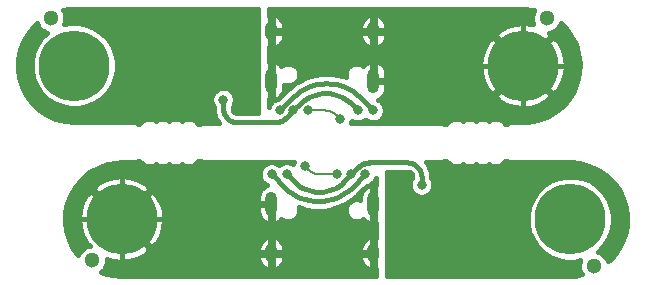
<source format=gbr>
G04 #@! TF.GenerationSoftware,KiCad,Pcbnew,(5.1.4)-1*
G04 #@! TF.CreationDate,2021-01-01T05:19:50-08:00*
G04 #@! TF.ProjectId,dboard,64626f61-7264-42e6-9b69-6361645f7063,rev?*
G04 #@! TF.SameCoordinates,Original*
G04 #@! TF.FileFunction,Copper,L1,Top*
G04 #@! TF.FilePolarity,Positive*
%FSLAX46Y46*%
G04 Gerber Fmt 4.6, Leading zero omitted, Abs format (unit mm)*
G04 Created by KiCad (PCBNEW (5.1.4)-1) date 2021-01-01 05:19:50*
%MOMM*%
%LPD*%
G04 APERTURE LIST*
%ADD10C,0.800000*%
%ADD11C,6.000000*%
%ADD12O,1.000000X2.100000*%
%ADD13O,1.000000X1.600000*%
%ADD14C,1.300000*%
%ADD15C,0.400000*%
%ADD16C,0.200000*%
G04 APERTURE END LIST*
D10*
X-18626346Y-20126346D03*
X-17000000Y-20800000D03*
X-15373654Y-20126346D03*
X-14700000Y-18500000D03*
X-15373654Y-16873654D03*
X-17000000Y-16200000D03*
X-18626346Y-16873654D03*
X-19300000Y-18500000D03*
D11*
X-17000000Y-18500000D03*
D10*
X19373654Y-20126346D03*
X21000000Y-20800000D03*
X22626346Y-20126346D03*
X23300000Y-18500000D03*
X22626346Y-16873654D03*
X21000000Y-16200000D03*
X19373654Y-16873654D03*
X18700000Y-18500000D03*
D11*
X21000000Y-18500000D03*
D12*
X4320000Y-17220000D03*
X-4320000Y-17220000D03*
D13*
X4320000Y-21400000D03*
X-4320000Y-21400000D03*
D14*
X23000000Y-22500000D03*
X-19500000Y-22000000D03*
X19000000Y-1500000D03*
X-23000000Y-1500000D03*
D12*
X-4320000Y-6780000D03*
X4320000Y-6780000D03*
D13*
X-4320000Y-2600000D03*
X4320000Y-2600000D03*
D11*
X17000000Y-5500000D03*
D10*
X19300000Y-5500000D03*
X18626346Y-7126346D03*
X17000000Y-7800000D03*
X15373654Y-7126346D03*
X14700000Y-5500000D03*
X15373654Y-3873654D03*
X17000000Y-3200000D03*
X18626346Y-3873654D03*
D11*
X-21000000Y-5500000D03*
D10*
X-18700000Y-5500000D03*
X-19373654Y-7126346D03*
X-21000000Y-7800000D03*
X-22626346Y-7126346D03*
X-23300000Y-5500000D03*
X-22626346Y-3873654D03*
X-21000000Y-3200000D03*
X-19373654Y-3873654D03*
X-3600000Y-9300000D03*
X4300000Y-9300000D03*
X-10100000Y-3300000D03*
X-12500000Y-3300000D03*
X-15100000Y-7100000D03*
X-15100000Y-3100000D03*
X-16400000Y-5100000D03*
X16400000Y-18900000D03*
X-4300000Y-14700000D03*
X15100000Y-16900000D03*
X10100000Y-20700000D03*
X3600000Y-14700000D03*
X12500000Y-20700000D03*
X15100000Y-20900000D03*
X-8400000Y-8400000D03*
X-2450000Y-9300000D03*
X3000000Y-9300000D03*
X2450000Y-14700000D03*
X8400000Y-15600000D03*
X-3000000Y-14700000D03*
X-1250000Y-9300000D03*
X1500000Y-10000000D03*
X-1500000Y-14000000D03*
X1250000Y-14700000D03*
D15*
X-2478427Y-8178427D02*
X-3600000Y-9300000D01*
X-2478427Y-8178427D02*
X-2187573Y-7914812D01*
X-2187573Y-7914812D02*
X-1872280Y-7680975D01*
X-1872280Y-7680975D02*
X-1535586Y-7479169D01*
X-1535586Y-7479169D02*
X-1180733Y-7311336D01*
X-1180733Y-7311336D02*
X-811138Y-7179092D01*
X-811138Y-7179092D02*
X-430361Y-7083713D01*
X-430361Y-7083713D02*
X-42068Y-7026115D01*
X-42068Y-7026115D02*
X349999Y-7006854D01*
X349999Y-7006854D02*
X742068Y-7026115D01*
X742068Y-7026115D02*
X1130361Y-7083713D01*
X1130361Y-7083713D02*
X1511138Y-7179092D01*
X1511138Y-7179092D02*
X1880733Y-7311336D01*
X1880733Y-7311336D02*
X2235586Y-7479169D01*
X2235586Y-7479169D02*
X2572280Y-7680975D01*
X2572280Y-7680975D02*
X2887573Y-7914812D01*
X2887573Y-7914812D02*
X3178427Y-8178427D01*
X3178427Y-8178427D02*
X4300000Y-9300000D01*
X430361Y-16916287D02*
X42068Y-16973885D01*
X811138Y-16820908D02*
X430361Y-16916287D01*
X2187573Y-16085188D02*
X1872280Y-16319025D01*
X1535586Y-16520831D02*
X1180733Y-16688664D01*
X-3178427Y-15821573D02*
X-4300000Y-14700000D01*
X-1130361Y-16916287D02*
X-1511138Y-16820908D01*
X-2887573Y-16085188D02*
X-3178427Y-15821573D01*
X-1880733Y-16688664D02*
X-2235586Y-16520831D01*
X-2572280Y-16319025D02*
X-2887573Y-16085188D01*
X1872280Y-16319025D02*
X1535586Y-16520831D01*
X-1511138Y-16820908D02*
X-1880733Y-16688664D01*
X42068Y-16973885D02*
X-349999Y-16993146D01*
X2478427Y-15821573D02*
X2187573Y-16085188D01*
X1180733Y-16688664D02*
X811138Y-16820908D01*
X-349999Y-16993146D02*
X-742068Y-16973885D01*
X2478427Y-15821573D02*
X3600000Y-14700000D01*
X-742068Y-16973885D02*
X-1130361Y-16916287D01*
X-2235586Y-16520831D02*
X-2572280Y-16319025D01*
X17000000Y-5500000D02*
X17000000Y-1500000D01*
X17000000Y-5500000D02*
X21000000Y-5500000D01*
X17000000Y-5500000D02*
X17000000Y-9500000D01*
X17000000Y-5500000D02*
X12500000Y-5500000D01*
X-17000000Y-18500000D02*
X-17000000Y-14500000D01*
X-17000000Y-18500000D02*
X-21000000Y-18500000D01*
X-17000000Y-18500000D02*
X-17000000Y-22500000D01*
X-17000000Y-18500000D02*
X-12500000Y-18500000D01*
X-8348328Y-9448341D02*
X-8376942Y-9334108D01*
X-8308655Y-9559220D02*
X-8348328Y-9448341D01*
X-3131062Y-9971198D02*
X-3077226Y-9924759D01*
X-7200000Y-10300000D02*
X-4050000Y-10300000D01*
X-8048528Y-9948528D02*
X-8127612Y-9861271D01*
X-3562004Y-10215324D02*
X-3495671Y-10189737D01*
X-3978924Y-10298255D02*
X-3908019Y-10293024D01*
X-7866684Y-10097763D02*
X-7961271Y-10027612D01*
X-3698035Y-10256589D02*
X-3629513Y-10237626D01*
X-3495671Y-10189737D02*
X-3430673Y-10160925D01*
X-3367167Y-10128959D02*
X-3305306Y-10093915D01*
X-8394221Y-9217620D02*
X-8400000Y-9100000D01*
X-8197763Y-9766684D02*
X-8258305Y-9665676D01*
X-8127612Y-9861271D02*
X-8197763Y-9766684D01*
X-7961271Y-10027612D02*
X-8048528Y-9948528D01*
X-7434108Y-10276942D02*
X-7548341Y-10248328D01*
X-7200000Y-10300000D02*
X-7317620Y-10294221D01*
X-3187111Y-10014940D02*
X-3131062Y-9971198D01*
X-3908019Y-10293024D02*
X-3837456Y-10284321D01*
X-7317620Y-10294221D02*
X-7434108Y-10276942D01*
X-3245239Y-10055878D02*
X-3187111Y-10014940D01*
X-3430673Y-10160925D02*
X-3367167Y-10128959D01*
X-3305306Y-10093915D02*
X-3245239Y-10055878D01*
X-3629513Y-10237626D02*
X-3562004Y-10215324D01*
X-7548341Y-10248328D02*
X-7659220Y-10208655D01*
X-8400000Y-9100000D02*
X-8400000Y-8400000D01*
X-8258305Y-9665676D02*
X-8308655Y-9559220D01*
X-7765676Y-10158305D02*
X-7866684Y-10097763D01*
X-7659220Y-10208655D02*
X-7765676Y-10158305D01*
X-3025735Y-9875735D02*
X-2450000Y-9300000D01*
X-3767405Y-10272166D02*
X-3698035Y-10256589D01*
X-3837456Y-10284321D02*
X-3767405Y-10272166D01*
X-3077226Y-9924759D02*
X-3025735Y-9875735D01*
X-8376942Y-9334108D02*
X-8394221Y-9217620D01*
X-4050000Y-10300000D02*
X-3978924Y-10298255D01*
X-1846320Y-8696320D02*
X-2450000Y-9300000D01*
X-1846320Y-8696320D02*
X-1628179Y-8498609D01*
X-1628179Y-8498609D02*
X-1391710Y-8323231D01*
X-1391710Y-8323231D02*
X-1139189Y-8171876D01*
X-1139189Y-8171876D02*
X-873050Y-8046001D01*
X-873050Y-8046001D02*
X-595853Y-7946819D01*
X-595853Y-7946819D02*
X-310270Y-7875284D01*
X-310270Y-7875284D02*
X-19051Y-7832086D01*
X-19051Y-7832086D02*
X274999Y-7817640D01*
X274999Y-7817640D02*
X569051Y-7832086D01*
X569051Y-7832086D02*
X860270Y-7875284D01*
X860270Y-7875284D02*
X1145853Y-7946819D01*
X1145853Y-7946819D02*
X1423050Y-8046001D01*
X1423050Y-8046001D02*
X1689189Y-8171876D01*
X1689189Y-8171876D02*
X1941710Y-8323231D01*
X1941710Y-8323231D02*
X2178179Y-8498609D01*
X2178179Y-8498609D02*
X2396320Y-8696320D01*
X2396320Y-8696320D02*
X3000000Y-9300000D01*
X7548341Y-13751672D02*
X7659220Y-13791345D01*
X3025735Y-14124265D02*
X2450000Y-14700000D01*
X-1941710Y-15676769D02*
X-2178179Y-15501391D01*
X873050Y-15953999D02*
X595853Y-16053181D01*
X-2178179Y-15501391D02*
X-2396320Y-15303680D01*
X8127612Y-14138729D02*
X8197763Y-14233316D01*
X7659220Y-13791345D02*
X7765676Y-13841695D01*
X3367167Y-13871041D02*
X3305306Y-13906085D01*
X7200000Y-13700000D02*
X7317620Y-13705779D01*
X7961271Y-13972388D02*
X8048528Y-14051472D01*
X3131062Y-14028802D02*
X3077226Y-14075241D01*
X7200000Y-13700000D02*
X4050000Y-13700000D01*
X8308655Y-14440780D02*
X8348328Y-14551659D01*
X7765676Y-13841695D02*
X7866684Y-13902237D01*
X8348328Y-14551659D02*
X8376942Y-14665892D01*
X3187111Y-13985060D02*
X3131062Y-14028802D01*
X-2396320Y-15303680D02*
X-3000000Y-14700000D01*
X-860270Y-16124716D02*
X-1145853Y-16053181D01*
X595853Y-16053181D02*
X310270Y-16124716D01*
X8258305Y-14334324D02*
X8308655Y-14440780D01*
X19051Y-16167914D02*
X-274999Y-16182360D01*
X8400000Y-14900000D02*
X8400000Y-15600000D01*
X1628179Y-15501391D02*
X1391710Y-15676769D01*
X3562004Y-13784676D02*
X3495671Y-13810263D01*
X8394221Y-14782380D02*
X8400000Y-14900000D01*
X3245239Y-13944122D02*
X3187111Y-13985060D01*
X3629513Y-13762374D02*
X3562004Y-13784676D01*
X3978924Y-13701745D02*
X3908019Y-13706976D01*
X-1689189Y-15828124D02*
X-1941710Y-15676769D01*
X-1423050Y-15953999D02*
X-1689189Y-15828124D01*
X1391710Y-15676769D02*
X1139189Y-15828124D01*
X3430673Y-13839075D02*
X3367167Y-13871041D01*
X-1145853Y-16053181D02*
X-1423050Y-15953999D01*
X3305306Y-13906085D02*
X3245239Y-13944122D01*
X1846320Y-15303680D02*
X2450000Y-14700000D01*
X-274999Y-16182360D02*
X-569051Y-16167914D01*
X-569051Y-16167914D02*
X-860270Y-16124716D01*
X1139189Y-15828124D02*
X873050Y-15953999D01*
X7317620Y-13705779D02*
X7434108Y-13723058D01*
X8048528Y-14051472D02*
X8127612Y-14138729D01*
X7866684Y-13902237D02*
X7961271Y-13972388D01*
X8197763Y-14233316D02*
X8258305Y-14334324D01*
X3698035Y-13743411D02*
X3629513Y-13762374D01*
X7434108Y-13723058D02*
X7548341Y-13751672D01*
X3908019Y-13706976D02*
X3837456Y-13715679D01*
X3495671Y-13810263D02*
X3430673Y-13839075D01*
X310270Y-16124716D02*
X19051Y-16167914D01*
X1846320Y-15303680D02*
X1628179Y-15501391D01*
X4050000Y-13700000D02*
X3978924Y-13701745D01*
X3837456Y-13715679D02*
X3767405Y-13727834D01*
X3767405Y-13727834D02*
X3698035Y-13743411D01*
X8376942Y-14665892D02*
X8394221Y-14782380D01*
X3077226Y-14075241D02*
X3025735Y-14124265D01*
D16*
X1224264Y-9724264D02*
X1500000Y-10000000D01*
X1224264Y-9724264D02*
X1172771Y-9675239D01*
X1172771Y-9675239D02*
X1118936Y-9628800D01*
X1118936Y-9628800D02*
X1062887Y-9585059D01*
X1062887Y-9585059D02*
X1004759Y-9544120D01*
X1004759Y-9544120D02*
X944692Y-9506084D01*
X944692Y-9506084D02*
X882831Y-9471040D01*
X882831Y-9471040D02*
X819325Y-9439074D01*
X819325Y-9439074D02*
X754327Y-9410262D01*
X754327Y-9410262D02*
X687994Y-9384675D01*
X687994Y-9384675D02*
X620485Y-9362373D01*
X620485Y-9362373D02*
X551963Y-9343410D01*
X551963Y-9343410D02*
X482593Y-9327833D01*
X482593Y-9327833D02*
X412543Y-9315678D01*
X412543Y-9315678D02*
X341980Y-9306975D01*
X341980Y-9306975D02*
X271075Y-9301744D01*
X271075Y-9301744D02*
X200000Y-9300000D01*
X200000Y-9300000D02*
X-1250000Y-9300000D01*
X-1004759Y-14455880D02*
X-944692Y-14493916D01*
X-882831Y-14528960D02*
X-819325Y-14560926D01*
X-1172771Y-14324761D02*
X-1118936Y-14371200D01*
X-1062887Y-14414941D02*
X-1004759Y-14455880D01*
X-819325Y-14560926D02*
X-754327Y-14589738D01*
X-412543Y-14684322D02*
X-341980Y-14693025D01*
X-341980Y-14693025D02*
X-271075Y-14698256D01*
X-944692Y-14493916D02*
X-882831Y-14528960D01*
X-271075Y-14698256D02*
X-200000Y-14700000D01*
X-620485Y-14637627D02*
X-551963Y-14656590D01*
X-687994Y-14615325D02*
X-620485Y-14637627D01*
X-1224264Y-14275736D02*
X-1172771Y-14324761D01*
X-200000Y-14700000D02*
X1250000Y-14700000D01*
X-754327Y-14589738D02*
X-687994Y-14615325D01*
X-551963Y-14656590D02*
X-482593Y-14672167D01*
X-482593Y-14672167D02*
X-412543Y-14684322D01*
X-1224264Y-14275736D02*
X-1500000Y-14000000D01*
X-1118936Y-14371200D02*
X-1062887Y-14414941D01*
D15*
G36*
X17808329Y-771104D02*
G01*
X17957757Y-809887D01*
X17892265Y-907903D01*
X17798037Y-1135389D01*
X17750000Y-1376886D01*
X17750000Y-1623114D01*
X17798037Y-1864611D01*
X17851456Y-1993575D01*
X17746909Y-1960530D01*
X17042041Y-1882824D01*
X16335557Y-1944125D01*
X15654608Y-2142077D01*
X15025360Y-2469072D01*
X14955449Y-2515786D01*
X14619895Y-2978473D01*
X14844052Y-3202630D01*
X14844052Y-3202631D01*
X17000000Y-5358579D01*
X19155948Y-3202631D01*
X19155948Y-3202630D01*
X19380105Y-2978473D01*
X19202900Y-2734129D01*
X19364611Y-2701963D01*
X19592097Y-2607735D01*
X19796828Y-2470938D01*
X19970938Y-2296828D01*
X20107735Y-2092097D01*
X20177217Y-1924354D01*
X20593106Y-2321093D01*
X21077346Y-2971936D01*
X21445006Y-3695070D01*
X21685572Y-4469816D01*
X21792159Y-5274007D01*
X21761725Y-6084665D01*
X21595139Y-6878609D01*
X21297164Y-7633131D01*
X20876319Y-8326660D01*
X20344640Y-8939367D01*
X19717327Y-9453731D01*
X19012315Y-9855048D01*
X18249761Y-10131841D01*
X17438489Y-10278544D01*
X16983502Y-10300000D01*
X15965610Y-10300000D01*
X15862776Y-10310128D01*
X15730825Y-10350155D01*
X15609219Y-10415155D01*
X15591314Y-10429849D01*
X15492642Y-10461150D01*
X15426751Y-10362537D01*
X15287463Y-10223249D01*
X15123678Y-10113811D01*
X14941689Y-10038429D01*
X14748491Y-10000000D01*
X14551509Y-10000000D01*
X14358311Y-10038429D01*
X14176322Y-10113811D01*
X14100000Y-10164808D01*
X14023678Y-10113811D01*
X13841689Y-10038429D01*
X13648491Y-10000000D01*
X13451509Y-10000000D01*
X13258311Y-10038429D01*
X13076322Y-10113811D01*
X13000000Y-10164808D01*
X12923678Y-10113811D01*
X12741689Y-10038429D01*
X12548491Y-10000000D01*
X12351509Y-10000000D01*
X12158311Y-10038429D01*
X11976322Y-10113811D01*
X11900000Y-10164808D01*
X11823678Y-10113811D01*
X11641689Y-10038429D01*
X11448491Y-10000000D01*
X11251509Y-10000000D01*
X11058311Y-10038429D01*
X10876322Y-10113811D01*
X10712537Y-10223249D01*
X10573249Y-10362537D01*
X10507598Y-10460790D01*
X10374879Y-10420720D01*
X10319299Y-10409715D01*
X10263902Y-10397940D01*
X10255223Y-10397028D01*
X10061334Y-10378017D01*
X10030704Y-10375000D01*
X2427063Y-10375000D01*
X2461571Y-10291689D01*
X2487690Y-10160376D01*
X2526322Y-10186189D01*
X2708311Y-10261571D01*
X2901509Y-10300000D01*
X3098491Y-10300000D01*
X3291689Y-10261571D01*
X3473678Y-10186189D01*
X3637463Y-10076751D01*
X3650000Y-10064214D01*
X3662537Y-10076751D01*
X3826322Y-10186189D01*
X4008311Y-10261571D01*
X4201509Y-10300000D01*
X4398491Y-10300000D01*
X4591689Y-10261571D01*
X4773678Y-10186189D01*
X4937463Y-10076751D01*
X5076751Y-9937463D01*
X5186189Y-9773678D01*
X5261571Y-9591689D01*
X5300000Y-9398491D01*
X5300000Y-9201509D01*
X5261571Y-9008311D01*
X5186189Y-8826322D01*
X5076751Y-8662537D01*
X4937463Y-8523249D01*
X4773678Y-8413811D01*
X4675494Y-8373142D01*
X4847980Y-8300173D01*
X5027106Y-8178528D01*
X5179059Y-8024274D01*
X5180864Y-8021527D01*
X14619895Y-8021527D01*
X14955449Y-8484214D01*
X15576926Y-8825746D01*
X16253091Y-9039470D01*
X16957959Y-9117176D01*
X17664443Y-9055875D01*
X18345392Y-8857923D01*
X18974640Y-8530928D01*
X19044551Y-8484214D01*
X19380105Y-8021527D01*
X19155948Y-7797370D01*
X19155948Y-7797369D01*
X17000000Y-5641421D01*
X14844052Y-7797369D01*
X14844052Y-7797370D01*
X14619895Y-8021527D01*
X5180864Y-8021527D01*
X5297999Y-7843340D01*
X5379355Y-7642678D01*
X5420000Y-7430000D01*
X5420000Y-6880000D01*
X4420000Y-6880000D01*
X4420000Y-6900000D01*
X4220000Y-6900000D01*
X4220000Y-6880000D01*
X4200000Y-6880000D01*
X4200000Y-6680000D01*
X4220000Y-6680000D01*
X4220000Y-5285278D01*
X4420000Y-5285278D01*
X4420000Y-6680000D01*
X5420000Y-6680000D01*
X5420000Y-6130000D01*
X5379355Y-5917322D01*
X5297999Y-5716660D01*
X5179059Y-5535726D01*
X5102453Y-5457959D01*
X13382824Y-5457959D01*
X13444125Y-6164443D01*
X13642077Y-6845392D01*
X13969072Y-7474640D01*
X14015786Y-7544551D01*
X14478473Y-7880105D01*
X14702630Y-7655948D01*
X14702631Y-7655948D01*
X16858579Y-5500000D01*
X17141421Y-5500000D01*
X19297369Y-7655948D01*
X19297370Y-7655948D01*
X19521527Y-7880105D01*
X19984214Y-7544551D01*
X20325746Y-6923074D01*
X20539470Y-6246909D01*
X20617176Y-5542041D01*
X20555875Y-4835557D01*
X20357923Y-4154608D01*
X20030928Y-3525360D01*
X19984214Y-3455449D01*
X19521527Y-3119895D01*
X19297370Y-3344052D01*
X19297369Y-3344052D01*
X17141421Y-5500000D01*
X16858579Y-5500000D01*
X14702631Y-3344052D01*
X14702630Y-3344052D01*
X14478473Y-3119895D01*
X14015786Y-3455449D01*
X13674254Y-4076926D01*
X13460530Y-4753091D01*
X13382824Y-5457959D01*
X5102453Y-5457959D01*
X5027106Y-5381472D01*
X4847980Y-5259827D01*
X4648564Y-5175465D01*
X4590134Y-5163685D01*
X4420000Y-5285278D01*
X4220000Y-5285278D01*
X4049866Y-5163685D01*
X3991436Y-5175465D01*
X3792020Y-5259827D01*
X3612894Y-5381472D01*
X3470876Y-5525640D01*
X3328152Y-5430275D01*
X3159813Y-5360547D01*
X2981105Y-5325000D01*
X2798895Y-5325000D01*
X2620187Y-5360547D01*
X2451848Y-5430275D01*
X2300347Y-5531505D01*
X2171505Y-5660347D01*
X2070275Y-5811848D01*
X2000547Y-5980187D01*
X1965000Y-6158895D01*
X1965000Y-6341105D01*
X1997276Y-6503368D01*
X1743655Y-6412620D01*
X1743638Y-6412616D01*
X1743636Y-6412615D01*
X1670163Y-6394211D01*
X1629092Y-6383923D01*
X1629090Y-6383923D01*
X1286628Y-6298141D01*
X1286621Y-6298140D01*
X1286613Y-6298138D01*
X820585Y-6229009D01*
X820578Y-6229009D01*
X820567Y-6229007D01*
X350007Y-6205890D01*
X349990Y-6205890D01*
X-120567Y-6229007D01*
X-120578Y-6229009D01*
X-120585Y-6229009D01*
X-586613Y-6298138D01*
X-586619Y-6298140D01*
X-586629Y-6298141D01*
X-929091Y-6383923D01*
X-929092Y-6383923D01*
X-970163Y-6394211D01*
X-1043636Y-6412615D01*
X-1043638Y-6412616D01*
X-1043655Y-6412620D01*
X-1487242Y-6571339D01*
X-1487247Y-6571342D01*
X-1487257Y-6571345D01*
X-1913150Y-6772778D01*
X-1913161Y-6772785D01*
X-1913164Y-6772786D01*
X-2317264Y-7014993D01*
X-2317275Y-7015001D01*
X-2317278Y-7015003D01*
X-2695692Y-7295653D01*
X-2695696Y-7295656D01*
X-2695706Y-7295664D01*
X-3001136Y-7572490D01*
X-3016328Y-7584958D01*
X-3030223Y-7598853D01*
X-3044788Y-7612054D01*
X-3057987Y-7626617D01*
X-3739534Y-8308164D01*
X-3874251Y-8334960D01*
X-3792020Y-8300173D01*
X-3612894Y-8178528D01*
X-3460941Y-8024274D01*
X-3342001Y-7843340D01*
X-3260645Y-7642678D01*
X-3220000Y-7430000D01*
X-3220000Y-7114523D01*
X-3159813Y-7139453D01*
X-2981105Y-7175000D01*
X-2798895Y-7175000D01*
X-2620187Y-7139453D01*
X-2451848Y-7069725D01*
X-2300347Y-6968495D01*
X-2171505Y-6839653D01*
X-2070275Y-6688152D01*
X-2000547Y-6519813D01*
X-1965000Y-6341105D01*
X-1965000Y-6158895D01*
X-2000547Y-5980187D01*
X-2070275Y-5811848D01*
X-2171505Y-5660347D01*
X-2300347Y-5531505D01*
X-2451848Y-5430275D01*
X-2620187Y-5360547D01*
X-2798895Y-5325000D01*
X-2981105Y-5325000D01*
X-3159813Y-5360547D01*
X-3328152Y-5430275D01*
X-3470876Y-5525640D01*
X-3612894Y-5381472D01*
X-3792020Y-5259827D01*
X-3991436Y-5175465D01*
X-4049866Y-5163685D01*
X-4220000Y-5285278D01*
X-4220000Y-6680000D01*
X-4200000Y-6680000D01*
X-4200000Y-6880000D01*
X-4220000Y-6880000D01*
X-4220000Y-8274722D01*
X-4049866Y-8396315D01*
X-4013964Y-8389077D01*
X-4073678Y-8413811D01*
X-4237463Y-8523249D01*
X-4376751Y-8662537D01*
X-4486189Y-8826322D01*
X-4550000Y-8980376D01*
X-4550000Y-8367632D01*
X-4420000Y-8274722D01*
X-4420000Y-6880000D01*
X-4440000Y-6880000D01*
X-4440000Y-6680000D01*
X-4420000Y-6680000D01*
X-4420000Y-5285278D01*
X-4550000Y-5192368D01*
X-4550000Y-3937632D01*
X-4420000Y-3844722D01*
X-4420000Y-2700000D01*
X-4220000Y-2700000D01*
X-4220000Y-3844722D01*
X-4049866Y-3966315D01*
X-3991436Y-3954535D01*
X-3792020Y-3870173D01*
X-3612894Y-3748528D01*
X-3460941Y-3594274D01*
X-3342001Y-3413340D01*
X-3260645Y-3212678D01*
X-3220000Y-3000000D01*
X-3220000Y-2700000D01*
X3220000Y-2700000D01*
X3220000Y-3000000D01*
X3260645Y-3212678D01*
X3342001Y-3413340D01*
X3460941Y-3594274D01*
X3612894Y-3748528D01*
X3792020Y-3870173D01*
X3991436Y-3954535D01*
X4049866Y-3966315D01*
X4220000Y-3844722D01*
X4220000Y-2700000D01*
X4420000Y-2700000D01*
X4420000Y-3844722D01*
X4590134Y-3966315D01*
X4648564Y-3954535D01*
X4847980Y-3870173D01*
X5027106Y-3748528D01*
X5179059Y-3594274D01*
X5297999Y-3413340D01*
X5379355Y-3212678D01*
X5420000Y-3000000D01*
X5420000Y-2700000D01*
X4420000Y-2700000D01*
X4220000Y-2700000D01*
X3220000Y-2700000D01*
X-3220000Y-2700000D01*
X-4220000Y-2700000D01*
X-4420000Y-2700000D01*
X-4440000Y-2700000D01*
X-4440000Y-2500000D01*
X-4420000Y-2500000D01*
X-4420000Y-1355278D01*
X-4220000Y-1355278D01*
X-4220000Y-2500000D01*
X-3220000Y-2500000D01*
X-3220000Y-2200000D01*
X3220000Y-2200000D01*
X3220000Y-2500000D01*
X4220000Y-2500000D01*
X4220000Y-1355278D01*
X4420000Y-1355278D01*
X4420000Y-2500000D01*
X5420000Y-2500000D01*
X5420000Y-2200000D01*
X5379355Y-1987322D01*
X5297999Y-1786660D01*
X5179059Y-1605726D01*
X5027106Y-1451472D01*
X4847980Y-1329827D01*
X4648564Y-1245465D01*
X4590134Y-1233685D01*
X4420000Y-1355278D01*
X4220000Y-1355278D01*
X4049866Y-1233685D01*
X3991436Y-1245465D01*
X3792020Y-1329827D01*
X3612894Y-1451472D01*
X3460941Y-1605726D01*
X3342001Y-1786660D01*
X3260645Y-1987322D01*
X3220000Y-2200000D01*
X-3220000Y-2200000D01*
X-3260645Y-1987322D01*
X-3342001Y-1786660D01*
X-3460941Y-1605726D01*
X-3612894Y-1451472D01*
X-3792020Y-1329827D01*
X-3991436Y-1245465D01*
X-4049866Y-1233685D01*
X-4220000Y-1355278D01*
X-4420000Y-1355278D01*
X-4550000Y-1262368D01*
X-4550000Y-700000D01*
X16970351Y-700000D01*
X17808329Y-771104D01*
X17808329Y-771104D01*
G37*
X17808329Y-771104D02*
X17957757Y-809887D01*
X17892265Y-907903D01*
X17798037Y-1135389D01*
X17750000Y-1376886D01*
X17750000Y-1623114D01*
X17798037Y-1864611D01*
X17851456Y-1993575D01*
X17746909Y-1960530D01*
X17042041Y-1882824D01*
X16335557Y-1944125D01*
X15654608Y-2142077D01*
X15025360Y-2469072D01*
X14955449Y-2515786D01*
X14619895Y-2978473D01*
X14844052Y-3202630D01*
X14844052Y-3202631D01*
X17000000Y-5358579D01*
X19155948Y-3202631D01*
X19155948Y-3202630D01*
X19380105Y-2978473D01*
X19202900Y-2734129D01*
X19364611Y-2701963D01*
X19592097Y-2607735D01*
X19796828Y-2470938D01*
X19970938Y-2296828D01*
X20107735Y-2092097D01*
X20177217Y-1924354D01*
X20593106Y-2321093D01*
X21077346Y-2971936D01*
X21445006Y-3695070D01*
X21685572Y-4469816D01*
X21792159Y-5274007D01*
X21761725Y-6084665D01*
X21595139Y-6878609D01*
X21297164Y-7633131D01*
X20876319Y-8326660D01*
X20344640Y-8939367D01*
X19717327Y-9453731D01*
X19012315Y-9855048D01*
X18249761Y-10131841D01*
X17438489Y-10278544D01*
X16983502Y-10300000D01*
X15965610Y-10300000D01*
X15862776Y-10310128D01*
X15730825Y-10350155D01*
X15609219Y-10415155D01*
X15591314Y-10429849D01*
X15492642Y-10461150D01*
X15426751Y-10362537D01*
X15287463Y-10223249D01*
X15123678Y-10113811D01*
X14941689Y-10038429D01*
X14748491Y-10000000D01*
X14551509Y-10000000D01*
X14358311Y-10038429D01*
X14176322Y-10113811D01*
X14100000Y-10164808D01*
X14023678Y-10113811D01*
X13841689Y-10038429D01*
X13648491Y-10000000D01*
X13451509Y-10000000D01*
X13258311Y-10038429D01*
X13076322Y-10113811D01*
X13000000Y-10164808D01*
X12923678Y-10113811D01*
X12741689Y-10038429D01*
X12548491Y-10000000D01*
X12351509Y-10000000D01*
X12158311Y-10038429D01*
X11976322Y-10113811D01*
X11900000Y-10164808D01*
X11823678Y-10113811D01*
X11641689Y-10038429D01*
X11448491Y-10000000D01*
X11251509Y-10000000D01*
X11058311Y-10038429D01*
X10876322Y-10113811D01*
X10712537Y-10223249D01*
X10573249Y-10362537D01*
X10507598Y-10460790D01*
X10374879Y-10420720D01*
X10319299Y-10409715D01*
X10263902Y-10397940D01*
X10255223Y-10397028D01*
X10061334Y-10378017D01*
X10030704Y-10375000D01*
X2427063Y-10375000D01*
X2461571Y-10291689D01*
X2487690Y-10160376D01*
X2526322Y-10186189D01*
X2708311Y-10261571D01*
X2901509Y-10300000D01*
X3098491Y-10300000D01*
X3291689Y-10261571D01*
X3473678Y-10186189D01*
X3637463Y-10076751D01*
X3650000Y-10064214D01*
X3662537Y-10076751D01*
X3826322Y-10186189D01*
X4008311Y-10261571D01*
X4201509Y-10300000D01*
X4398491Y-10300000D01*
X4591689Y-10261571D01*
X4773678Y-10186189D01*
X4937463Y-10076751D01*
X5076751Y-9937463D01*
X5186189Y-9773678D01*
X5261571Y-9591689D01*
X5300000Y-9398491D01*
X5300000Y-9201509D01*
X5261571Y-9008311D01*
X5186189Y-8826322D01*
X5076751Y-8662537D01*
X4937463Y-8523249D01*
X4773678Y-8413811D01*
X4675494Y-8373142D01*
X4847980Y-8300173D01*
X5027106Y-8178528D01*
X5179059Y-8024274D01*
X5180864Y-8021527D01*
X14619895Y-8021527D01*
X14955449Y-8484214D01*
X15576926Y-8825746D01*
X16253091Y-9039470D01*
X16957959Y-9117176D01*
X17664443Y-9055875D01*
X18345392Y-8857923D01*
X18974640Y-8530928D01*
X19044551Y-8484214D01*
X19380105Y-8021527D01*
X19155948Y-7797370D01*
X19155948Y-7797369D01*
X17000000Y-5641421D01*
X14844052Y-7797369D01*
X14844052Y-7797370D01*
X14619895Y-8021527D01*
X5180864Y-8021527D01*
X5297999Y-7843340D01*
X5379355Y-7642678D01*
X5420000Y-7430000D01*
X5420000Y-6880000D01*
X4420000Y-6880000D01*
X4420000Y-6900000D01*
X4220000Y-6900000D01*
X4220000Y-6880000D01*
X4200000Y-6880000D01*
X4200000Y-6680000D01*
X4220000Y-6680000D01*
X4220000Y-5285278D01*
X4420000Y-5285278D01*
X4420000Y-6680000D01*
X5420000Y-6680000D01*
X5420000Y-6130000D01*
X5379355Y-5917322D01*
X5297999Y-5716660D01*
X5179059Y-5535726D01*
X5102453Y-5457959D01*
X13382824Y-5457959D01*
X13444125Y-6164443D01*
X13642077Y-6845392D01*
X13969072Y-7474640D01*
X14015786Y-7544551D01*
X14478473Y-7880105D01*
X14702630Y-7655948D01*
X14702631Y-7655948D01*
X16858579Y-5500000D01*
X17141421Y-5500000D01*
X19297369Y-7655948D01*
X19297370Y-7655948D01*
X19521527Y-7880105D01*
X19984214Y-7544551D01*
X20325746Y-6923074D01*
X20539470Y-6246909D01*
X20617176Y-5542041D01*
X20555875Y-4835557D01*
X20357923Y-4154608D01*
X20030928Y-3525360D01*
X19984214Y-3455449D01*
X19521527Y-3119895D01*
X19297370Y-3344052D01*
X19297369Y-3344052D01*
X17141421Y-5500000D01*
X16858579Y-5500000D01*
X14702631Y-3344052D01*
X14702630Y-3344052D01*
X14478473Y-3119895D01*
X14015786Y-3455449D01*
X13674254Y-4076926D01*
X13460530Y-4753091D01*
X13382824Y-5457959D01*
X5102453Y-5457959D01*
X5027106Y-5381472D01*
X4847980Y-5259827D01*
X4648564Y-5175465D01*
X4590134Y-5163685D01*
X4420000Y-5285278D01*
X4220000Y-5285278D01*
X4049866Y-5163685D01*
X3991436Y-5175465D01*
X3792020Y-5259827D01*
X3612894Y-5381472D01*
X3470876Y-5525640D01*
X3328152Y-5430275D01*
X3159813Y-5360547D01*
X2981105Y-5325000D01*
X2798895Y-5325000D01*
X2620187Y-5360547D01*
X2451848Y-5430275D01*
X2300347Y-5531505D01*
X2171505Y-5660347D01*
X2070275Y-5811848D01*
X2000547Y-5980187D01*
X1965000Y-6158895D01*
X1965000Y-6341105D01*
X1997276Y-6503368D01*
X1743655Y-6412620D01*
X1743638Y-6412616D01*
X1743636Y-6412615D01*
X1670163Y-6394211D01*
X1629092Y-6383923D01*
X1629090Y-6383923D01*
X1286628Y-6298141D01*
X1286621Y-6298140D01*
X1286613Y-6298138D01*
X820585Y-6229009D01*
X820578Y-6229009D01*
X820567Y-6229007D01*
X350007Y-6205890D01*
X349990Y-6205890D01*
X-120567Y-6229007D01*
X-120578Y-6229009D01*
X-120585Y-6229009D01*
X-586613Y-6298138D01*
X-586619Y-6298140D01*
X-586629Y-6298141D01*
X-929091Y-6383923D01*
X-929092Y-6383923D01*
X-970163Y-6394211D01*
X-1043636Y-6412615D01*
X-1043638Y-6412616D01*
X-1043655Y-6412620D01*
X-1487242Y-6571339D01*
X-1487247Y-6571342D01*
X-1487257Y-6571345D01*
X-1913150Y-6772778D01*
X-1913161Y-6772785D01*
X-1913164Y-6772786D01*
X-2317264Y-7014993D01*
X-2317275Y-7015001D01*
X-2317278Y-7015003D01*
X-2695692Y-7295653D01*
X-2695696Y-7295656D01*
X-2695706Y-7295664D01*
X-3001136Y-7572490D01*
X-3016328Y-7584958D01*
X-3030223Y-7598853D01*
X-3044788Y-7612054D01*
X-3057987Y-7626617D01*
X-3739534Y-8308164D01*
X-3874251Y-8334960D01*
X-3792020Y-8300173D01*
X-3612894Y-8178528D01*
X-3460941Y-8024274D01*
X-3342001Y-7843340D01*
X-3260645Y-7642678D01*
X-3220000Y-7430000D01*
X-3220000Y-7114523D01*
X-3159813Y-7139453D01*
X-2981105Y-7175000D01*
X-2798895Y-7175000D01*
X-2620187Y-7139453D01*
X-2451848Y-7069725D01*
X-2300347Y-6968495D01*
X-2171505Y-6839653D01*
X-2070275Y-6688152D01*
X-2000547Y-6519813D01*
X-1965000Y-6341105D01*
X-1965000Y-6158895D01*
X-2000547Y-5980187D01*
X-2070275Y-5811848D01*
X-2171505Y-5660347D01*
X-2300347Y-5531505D01*
X-2451848Y-5430275D01*
X-2620187Y-5360547D01*
X-2798895Y-5325000D01*
X-2981105Y-5325000D01*
X-3159813Y-5360547D01*
X-3328152Y-5430275D01*
X-3470876Y-5525640D01*
X-3612894Y-5381472D01*
X-3792020Y-5259827D01*
X-3991436Y-5175465D01*
X-4049866Y-5163685D01*
X-4220000Y-5285278D01*
X-4220000Y-6680000D01*
X-4200000Y-6680000D01*
X-4200000Y-6880000D01*
X-4220000Y-6880000D01*
X-4220000Y-8274722D01*
X-4049866Y-8396315D01*
X-4013964Y-8389077D01*
X-4073678Y-8413811D01*
X-4237463Y-8523249D01*
X-4376751Y-8662537D01*
X-4486189Y-8826322D01*
X-4550000Y-8980376D01*
X-4550000Y-8367632D01*
X-4420000Y-8274722D01*
X-4420000Y-6880000D01*
X-4440000Y-6880000D01*
X-4440000Y-6680000D01*
X-4420000Y-6680000D01*
X-4420000Y-5285278D01*
X-4550000Y-5192368D01*
X-4550000Y-3937632D01*
X-4420000Y-3844722D01*
X-4420000Y-2700000D01*
X-4220000Y-2700000D01*
X-4220000Y-3844722D01*
X-4049866Y-3966315D01*
X-3991436Y-3954535D01*
X-3792020Y-3870173D01*
X-3612894Y-3748528D01*
X-3460941Y-3594274D01*
X-3342001Y-3413340D01*
X-3260645Y-3212678D01*
X-3220000Y-3000000D01*
X-3220000Y-2700000D01*
X3220000Y-2700000D01*
X3220000Y-3000000D01*
X3260645Y-3212678D01*
X3342001Y-3413340D01*
X3460941Y-3594274D01*
X3612894Y-3748528D01*
X3792020Y-3870173D01*
X3991436Y-3954535D01*
X4049866Y-3966315D01*
X4220000Y-3844722D01*
X4220000Y-2700000D01*
X4420000Y-2700000D01*
X4420000Y-3844722D01*
X4590134Y-3966315D01*
X4648564Y-3954535D01*
X4847980Y-3870173D01*
X5027106Y-3748528D01*
X5179059Y-3594274D01*
X5297999Y-3413340D01*
X5379355Y-3212678D01*
X5420000Y-3000000D01*
X5420000Y-2700000D01*
X4420000Y-2700000D01*
X4220000Y-2700000D01*
X3220000Y-2700000D01*
X-3220000Y-2700000D01*
X-4220000Y-2700000D01*
X-4420000Y-2700000D01*
X-4440000Y-2700000D01*
X-4440000Y-2500000D01*
X-4420000Y-2500000D01*
X-4420000Y-1355278D01*
X-4220000Y-1355278D01*
X-4220000Y-2500000D01*
X-3220000Y-2500000D01*
X-3220000Y-2200000D01*
X3220000Y-2200000D01*
X3220000Y-2500000D01*
X4220000Y-2500000D01*
X4220000Y-1355278D01*
X4420000Y-1355278D01*
X4420000Y-2500000D01*
X5420000Y-2500000D01*
X5420000Y-2200000D01*
X5379355Y-1987322D01*
X5297999Y-1786660D01*
X5179059Y-1605726D01*
X5027106Y-1451472D01*
X4847980Y-1329827D01*
X4648564Y-1245465D01*
X4590134Y-1233685D01*
X4420000Y-1355278D01*
X4220000Y-1355278D01*
X4049866Y-1233685D01*
X3991436Y-1245465D01*
X3792020Y-1329827D01*
X3612894Y-1451472D01*
X3460941Y-1605726D01*
X3342001Y-1786660D01*
X3260645Y-1987322D01*
X3220000Y-2200000D01*
X-3220000Y-2200000D01*
X-3260645Y-1987322D01*
X-3342001Y-1786660D01*
X-3460941Y-1605726D01*
X-3612894Y-1451472D01*
X-3792020Y-1329827D01*
X-3991436Y-1245465D01*
X-4049866Y-1233685D01*
X-4220000Y-1355278D01*
X-4420000Y-1355278D01*
X-4550000Y-1262368D01*
X-4550000Y-700000D01*
X16970351Y-700000D01*
X17808329Y-771104D01*
G36*
X-5450000Y-9500000D02*
G01*
X-7180374Y-9500000D01*
X-7239109Y-9497114D01*
X-7277846Y-9491368D01*
X-7315835Y-9481852D01*
X-7352703Y-9468661D01*
X-7388104Y-9451918D01*
X-7421689Y-9431787D01*
X-7453146Y-9408457D01*
X-7482160Y-9382160D01*
X-7508459Y-9353145D01*
X-7531785Y-9321693D01*
X-7551916Y-9288106D01*
X-7568662Y-9252701D01*
X-7581852Y-9215835D01*
X-7591368Y-9177846D01*
X-7597114Y-9139111D01*
X-7600000Y-9080374D01*
X-7600000Y-9002669D01*
X-7513811Y-8873678D01*
X-7438429Y-8691689D01*
X-7400000Y-8498491D01*
X-7400000Y-8301509D01*
X-7438429Y-8108311D01*
X-7513811Y-7926322D01*
X-7623249Y-7762537D01*
X-7762537Y-7623249D01*
X-7926322Y-7513811D01*
X-8108311Y-7438429D01*
X-8301509Y-7400000D01*
X-8498491Y-7400000D01*
X-8691689Y-7438429D01*
X-8873678Y-7513811D01*
X-9037463Y-7623249D01*
X-9176751Y-7762537D01*
X-9286189Y-7926322D01*
X-9361571Y-8108311D01*
X-9400000Y-8301509D01*
X-9400000Y-8498491D01*
X-9361571Y-8691689D01*
X-9286189Y-8873678D01*
X-9200000Y-9002669D01*
X-9200000Y-9080387D01*
X-9200964Y-9100013D01*
X-9200000Y-9119632D01*
X-9200000Y-9139292D01*
X-9198072Y-9158864D01*
X-9191328Y-9296124D01*
X-9191327Y-9296129D01*
X-9191327Y-9296134D01*
X-9162518Y-9490358D01*
X-9162515Y-9490370D01*
X-9162514Y-9490377D01*
X-9114805Y-9680841D01*
X-9114800Y-9680855D01*
X-9048653Y-9865727D01*
X-9048648Y-9865738D01*
X-9048646Y-9865743D01*
X-8967134Y-10038085D01*
X-8964688Y-10043256D01*
X-8863744Y-10211669D01*
X-8863734Y-10211685D01*
X-8746769Y-10369393D01*
X-8746766Y-10369396D01*
X-8746764Y-10369399D01*
X-8741688Y-10375000D01*
X-10030704Y-10375000D01*
X-10061976Y-10378080D01*
X-10074952Y-10378080D01*
X-10083630Y-10378992D01*
X-10277580Y-10400747D01*
X-10332987Y-10412524D01*
X-10388559Y-10423528D01*
X-10396889Y-10426107D01*
X-10396893Y-10426108D01*
X-10396896Y-10426109D01*
X-10396895Y-10426109D01*
X-10507358Y-10461150D01*
X-10573249Y-10362537D01*
X-10712537Y-10223249D01*
X-10876322Y-10113811D01*
X-11058311Y-10038429D01*
X-11251509Y-10000000D01*
X-11448491Y-10000000D01*
X-11641689Y-10038429D01*
X-11823678Y-10113811D01*
X-11900000Y-10164808D01*
X-11976322Y-10113811D01*
X-12158311Y-10038429D01*
X-12351509Y-10000000D01*
X-12548491Y-10000000D01*
X-12741689Y-10038429D01*
X-12923678Y-10113811D01*
X-13000000Y-10164808D01*
X-13076322Y-10113811D01*
X-13258311Y-10038429D01*
X-13451509Y-10000000D01*
X-13648491Y-10000000D01*
X-13841689Y-10038429D01*
X-14023678Y-10113811D01*
X-14100000Y-10164808D01*
X-14176322Y-10113811D01*
X-14358311Y-10038429D01*
X-14551509Y-10000000D01*
X-14748491Y-10000000D01*
X-14941689Y-10038429D01*
X-15123678Y-10113811D01*
X-15287463Y-10223249D01*
X-15426751Y-10362537D01*
X-15492402Y-10460790D01*
X-15589237Y-10431554D01*
X-15609219Y-10415155D01*
X-15730825Y-10350155D01*
X-15862776Y-10310128D01*
X-15965610Y-10300000D01*
X-20970351Y-10300000D01*
X-21808329Y-10228896D01*
X-22593534Y-10025098D01*
X-23333185Y-9691910D01*
X-24006121Y-9238863D01*
X-24593100Y-8678913D01*
X-25077347Y-8028064D01*
X-25445006Y-7304930D01*
X-25685570Y-6530190D01*
X-25792159Y-5725994D01*
X-25761725Y-4915335D01*
X-25595139Y-4121391D01*
X-25297164Y-3366869D01*
X-24876318Y-2673338D01*
X-24344640Y-2060633D01*
X-24177526Y-1923608D01*
X-24107735Y-2092097D01*
X-23970938Y-2296828D01*
X-23796828Y-2470938D01*
X-23592097Y-2607735D01*
X-23364611Y-2701963D01*
X-23304991Y-2713822D01*
X-23796303Y-3205134D01*
X-24190279Y-3794760D01*
X-24461654Y-4449919D01*
X-24600000Y-5145431D01*
X-24600000Y-5854569D01*
X-24461654Y-6550081D01*
X-24190279Y-7205240D01*
X-23796303Y-7794866D01*
X-23294866Y-8296303D01*
X-22705240Y-8690279D01*
X-22050081Y-8961654D01*
X-21354569Y-9100000D01*
X-20645431Y-9100000D01*
X-19949919Y-8961654D01*
X-19294760Y-8690279D01*
X-18705134Y-8296303D01*
X-18203697Y-7794866D01*
X-17809721Y-7205240D01*
X-17538346Y-6550081D01*
X-17400000Y-5854569D01*
X-17400000Y-5145431D01*
X-17538346Y-4449919D01*
X-17809721Y-3794760D01*
X-18203697Y-3205134D01*
X-18705134Y-2703697D01*
X-19294760Y-2309721D01*
X-19949919Y-2038346D01*
X-20645431Y-1900000D01*
X-21354569Y-1900000D01*
X-21853831Y-1999309D01*
X-21798037Y-1864611D01*
X-21750000Y-1623114D01*
X-21750000Y-1376886D01*
X-21798037Y-1135389D01*
X-21892265Y-907903D01*
X-21954497Y-814766D01*
X-21438489Y-721456D01*
X-20983502Y-700000D01*
X-5450000Y-700000D01*
X-5450000Y-9500000D01*
X-5450000Y-9500000D01*
G37*
X-5450000Y-9500000D02*
X-7180374Y-9500000D01*
X-7239109Y-9497114D01*
X-7277846Y-9491368D01*
X-7315835Y-9481852D01*
X-7352703Y-9468661D01*
X-7388104Y-9451918D01*
X-7421689Y-9431787D01*
X-7453146Y-9408457D01*
X-7482160Y-9382160D01*
X-7508459Y-9353145D01*
X-7531785Y-9321693D01*
X-7551916Y-9288106D01*
X-7568662Y-9252701D01*
X-7581852Y-9215835D01*
X-7591368Y-9177846D01*
X-7597114Y-9139111D01*
X-7600000Y-9080374D01*
X-7600000Y-9002669D01*
X-7513811Y-8873678D01*
X-7438429Y-8691689D01*
X-7400000Y-8498491D01*
X-7400000Y-8301509D01*
X-7438429Y-8108311D01*
X-7513811Y-7926322D01*
X-7623249Y-7762537D01*
X-7762537Y-7623249D01*
X-7926322Y-7513811D01*
X-8108311Y-7438429D01*
X-8301509Y-7400000D01*
X-8498491Y-7400000D01*
X-8691689Y-7438429D01*
X-8873678Y-7513811D01*
X-9037463Y-7623249D01*
X-9176751Y-7762537D01*
X-9286189Y-7926322D01*
X-9361571Y-8108311D01*
X-9400000Y-8301509D01*
X-9400000Y-8498491D01*
X-9361571Y-8691689D01*
X-9286189Y-8873678D01*
X-9200000Y-9002669D01*
X-9200000Y-9080387D01*
X-9200964Y-9100013D01*
X-9200000Y-9119632D01*
X-9200000Y-9139292D01*
X-9198072Y-9158864D01*
X-9191328Y-9296124D01*
X-9191327Y-9296129D01*
X-9191327Y-9296134D01*
X-9162518Y-9490358D01*
X-9162515Y-9490370D01*
X-9162514Y-9490377D01*
X-9114805Y-9680841D01*
X-9114800Y-9680855D01*
X-9048653Y-9865727D01*
X-9048648Y-9865738D01*
X-9048646Y-9865743D01*
X-8967134Y-10038085D01*
X-8964688Y-10043256D01*
X-8863744Y-10211669D01*
X-8863734Y-10211685D01*
X-8746769Y-10369393D01*
X-8746766Y-10369396D01*
X-8746764Y-10369399D01*
X-8741688Y-10375000D01*
X-10030704Y-10375000D01*
X-10061976Y-10378080D01*
X-10074952Y-10378080D01*
X-10083630Y-10378992D01*
X-10277580Y-10400747D01*
X-10332987Y-10412524D01*
X-10388559Y-10423528D01*
X-10396889Y-10426107D01*
X-10396893Y-10426108D01*
X-10396896Y-10426109D01*
X-10396895Y-10426109D01*
X-10507358Y-10461150D01*
X-10573249Y-10362537D01*
X-10712537Y-10223249D01*
X-10876322Y-10113811D01*
X-11058311Y-10038429D01*
X-11251509Y-10000000D01*
X-11448491Y-10000000D01*
X-11641689Y-10038429D01*
X-11823678Y-10113811D01*
X-11900000Y-10164808D01*
X-11976322Y-10113811D01*
X-12158311Y-10038429D01*
X-12351509Y-10000000D01*
X-12548491Y-10000000D01*
X-12741689Y-10038429D01*
X-12923678Y-10113811D01*
X-13000000Y-10164808D01*
X-13076322Y-10113811D01*
X-13258311Y-10038429D01*
X-13451509Y-10000000D01*
X-13648491Y-10000000D01*
X-13841689Y-10038429D01*
X-14023678Y-10113811D01*
X-14100000Y-10164808D01*
X-14176322Y-10113811D01*
X-14358311Y-10038429D01*
X-14551509Y-10000000D01*
X-14748491Y-10000000D01*
X-14941689Y-10038429D01*
X-15123678Y-10113811D01*
X-15287463Y-10223249D01*
X-15426751Y-10362537D01*
X-15492402Y-10460790D01*
X-15589237Y-10431554D01*
X-15609219Y-10415155D01*
X-15730825Y-10350155D01*
X-15862776Y-10310128D01*
X-15965610Y-10300000D01*
X-20970351Y-10300000D01*
X-21808329Y-10228896D01*
X-22593534Y-10025098D01*
X-23333185Y-9691910D01*
X-24006121Y-9238863D01*
X-24593100Y-8678913D01*
X-25077347Y-8028064D01*
X-25445006Y-7304930D01*
X-25685570Y-6530190D01*
X-25792159Y-5725994D01*
X-25761725Y-4915335D01*
X-25595139Y-4121391D01*
X-25297164Y-3366869D01*
X-24876318Y-2673338D01*
X-24344640Y-2060633D01*
X-24177526Y-1923608D01*
X-24107735Y-2092097D01*
X-23970938Y-2296828D01*
X-23796828Y-2470938D01*
X-23592097Y-2607735D01*
X-23364611Y-2701963D01*
X-23304991Y-2713822D01*
X-23796303Y-3205134D01*
X-24190279Y-3794760D01*
X-24461654Y-4449919D01*
X-24600000Y-5145431D01*
X-24600000Y-5854569D01*
X-24461654Y-6550081D01*
X-24190279Y-7205240D01*
X-23796303Y-7794866D01*
X-23294866Y-8296303D01*
X-22705240Y-8690279D01*
X-22050081Y-8961654D01*
X-21354569Y-9100000D01*
X-20645431Y-9100000D01*
X-19949919Y-8961654D01*
X-19294760Y-8690279D01*
X-18705134Y-8296303D01*
X-18203697Y-7794866D01*
X-17809721Y-7205240D01*
X-17538346Y-6550081D01*
X-17400000Y-5854569D01*
X-17400000Y-5145431D01*
X-17538346Y-4449919D01*
X-17809721Y-3794760D01*
X-18203697Y-3205134D01*
X-18705134Y-2703697D01*
X-19294760Y-2309721D01*
X-19949919Y-2038346D01*
X-20645431Y-1900000D01*
X-21354569Y-1900000D01*
X-21853831Y-1999309D01*
X-21798037Y-1864611D01*
X-21750000Y-1623114D01*
X-21750000Y-1376886D01*
X-21798037Y-1135389D01*
X-21892265Y-907903D01*
X-21954497Y-814766D01*
X-21438489Y-721456D01*
X-20983502Y-700000D01*
X-5450000Y-700000D01*
X-5450000Y-9500000D01*
G36*
X10573249Y-13637463D02*
G01*
X10712537Y-13776751D01*
X10876322Y-13886189D01*
X11058311Y-13961571D01*
X11251509Y-14000000D01*
X11448491Y-14000000D01*
X11641689Y-13961571D01*
X11823678Y-13886189D01*
X11900000Y-13835192D01*
X11976322Y-13886189D01*
X12158311Y-13961571D01*
X12351509Y-14000000D01*
X12548491Y-14000000D01*
X12741689Y-13961571D01*
X12923678Y-13886189D01*
X13000000Y-13835192D01*
X13076322Y-13886189D01*
X13258311Y-13961571D01*
X13451509Y-14000000D01*
X13648491Y-14000000D01*
X13841689Y-13961571D01*
X14023678Y-13886189D01*
X14100000Y-13835192D01*
X14176322Y-13886189D01*
X14358311Y-13961571D01*
X14551509Y-14000000D01*
X14748491Y-14000000D01*
X14941689Y-13961571D01*
X15123678Y-13886189D01*
X15287463Y-13776751D01*
X15426751Y-13637463D01*
X15492402Y-13539210D01*
X15589236Y-13568445D01*
X15609219Y-13584845D01*
X15730825Y-13649845D01*
X15862776Y-13689872D01*
X15965610Y-13700000D01*
X20970351Y-13700000D01*
X21808329Y-13771104D01*
X22593539Y-13974904D01*
X23333186Y-14308091D01*
X24006124Y-14761139D01*
X24593106Y-15321093D01*
X25077346Y-15971936D01*
X25445006Y-16695070D01*
X25685572Y-17469816D01*
X25792159Y-18274007D01*
X25761725Y-19084665D01*
X25595139Y-19878609D01*
X25297164Y-20633131D01*
X24876319Y-21326660D01*
X24344640Y-21939367D01*
X24177526Y-22076392D01*
X24107735Y-21907903D01*
X23970938Y-21703172D01*
X23796828Y-21529062D01*
X23592097Y-21392265D01*
X23364611Y-21298037D01*
X23304991Y-21286178D01*
X23796303Y-20794866D01*
X24190279Y-20205240D01*
X24461654Y-19550081D01*
X24600000Y-18854569D01*
X24600000Y-18145431D01*
X24461654Y-17449919D01*
X24190279Y-16794760D01*
X23796303Y-16205134D01*
X23294866Y-15703697D01*
X22705240Y-15309721D01*
X22050081Y-15038346D01*
X21354569Y-14900000D01*
X20645431Y-14900000D01*
X19949919Y-15038346D01*
X19294760Y-15309721D01*
X18705134Y-15703697D01*
X18203697Y-16205134D01*
X17809721Y-16794760D01*
X17538346Y-17449919D01*
X17400000Y-18145431D01*
X17400000Y-18854569D01*
X17538346Y-19550081D01*
X17809721Y-20205240D01*
X18203697Y-20794866D01*
X18705134Y-21296303D01*
X19294760Y-21690279D01*
X19949919Y-21961654D01*
X20645431Y-22100000D01*
X21354569Y-22100000D01*
X21853831Y-22000691D01*
X21798037Y-22135389D01*
X21750000Y-22376886D01*
X21750000Y-22623114D01*
X21798037Y-22864611D01*
X21892265Y-23092097D01*
X21954497Y-23185234D01*
X21438489Y-23278544D01*
X20983502Y-23300000D01*
X5450000Y-23300000D01*
X5450000Y-14500000D01*
X7180374Y-14500000D01*
X7239111Y-14502886D01*
X7277846Y-14508632D01*
X7315835Y-14518148D01*
X7352701Y-14531338D01*
X7388106Y-14548084D01*
X7421693Y-14568215D01*
X7453145Y-14591541D01*
X7482160Y-14617840D01*
X7508457Y-14646854D01*
X7531787Y-14678311D01*
X7551918Y-14711896D01*
X7568661Y-14747297D01*
X7581852Y-14784165D01*
X7591368Y-14822154D01*
X7597114Y-14860891D01*
X7600000Y-14919626D01*
X7600000Y-14997331D01*
X7513811Y-15126322D01*
X7438429Y-15308311D01*
X7400000Y-15501509D01*
X7400000Y-15698491D01*
X7438429Y-15891689D01*
X7513811Y-16073678D01*
X7623249Y-16237463D01*
X7762537Y-16376751D01*
X7926322Y-16486189D01*
X8108311Y-16561571D01*
X8301509Y-16600000D01*
X8498491Y-16600000D01*
X8691689Y-16561571D01*
X8873678Y-16486189D01*
X9037463Y-16376751D01*
X9176751Y-16237463D01*
X9286189Y-16073678D01*
X9361571Y-15891689D01*
X9400000Y-15698491D01*
X9400000Y-15501509D01*
X9361571Y-15308311D01*
X9286189Y-15126322D01*
X9200000Y-14997331D01*
X9200000Y-14919612D01*
X9200964Y-14899986D01*
X9200000Y-14880367D01*
X9200000Y-14860707D01*
X9198072Y-14841134D01*
X9191328Y-14703876D01*
X9191327Y-14703866D01*
X9162518Y-14509643D01*
X9162515Y-14509633D01*
X9162514Y-14509623D01*
X9114805Y-14319159D01*
X9113498Y-14315506D01*
X9048653Y-14134273D01*
X9048649Y-14134265D01*
X9048646Y-14134256D01*
X8964696Y-13956760D01*
X8964694Y-13956757D01*
X8964688Y-13956744D01*
X8863744Y-13788331D01*
X8863742Y-13788328D01*
X8863734Y-13788315D01*
X8746769Y-13630608D01*
X8746764Y-13630601D01*
X8741688Y-13625000D01*
X10030704Y-13625000D01*
X10061976Y-13621920D01*
X10074952Y-13621920D01*
X10083630Y-13621008D01*
X10277580Y-13599253D01*
X10332966Y-13587480D01*
X10388560Y-13576472D01*
X10396896Y-13573891D01*
X10507358Y-13538850D01*
X10573249Y-13637463D01*
X10573249Y-13637463D01*
G37*
X10573249Y-13637463D02*
X10712537Y-13776751D01*
X10876322Y-13886189D01*
X11058311Y-13961571D01*
X11251509Y-14000000D01*
X11448491Y-14000000D01*
X11641689Y-13961571D01*
X11823678Y-13886189D01*
X11900000Y-13835192D01*
X11976322Y-13886189D01*
X12158311Y-13961571D01*
X12351509Y-14000000D01*
X12548491Y-14000000D01*
X12741689Y-13961571D01*
X12923678Y-13886189D01*
X13000000Y-13835192D01*
X13076322Y-13886189D01*
X13258311Y-13961571D01*
X13451509Y-14000000D01*
X13648491Y-14000000D01*
X13841689Y-13961571D01*
X14023678Y-13886189D01*
X14100000Y-13835192D01*
X14176322Y-13886189D01*
X14358311Y-13961571D01*
X14551509Y-14000000D01*
X14748491Y-14000000D01*
X14941689Y-13961571D01*
X15123678Y-13886189D01*
X15287463Y-13776751D01*
X15426751Y-13637463D01*
X15492402Y-13539210D01*
X15589236Y-13568445D01*
X15609219Y-13584845D01*
X15730825Y-13649845D01*
X15862776Y-13689872D01*
X15965610Y-13700000D01*
X20970351Y-13700000D01*
X21808329Y-13771104D01*
X22593539Y-13974904D01*
X23333186Y-14308091D01*
X24006124Y-14761139D01*
X24593106Y-15321093D01*
X25077346Y-15971936D01*
X25445006Y-16695070D01*
X25685572Y-17469816D01*
X25792159Y-18274007D01*
X25761725Y-19084665D01*
X25595139Y-19878609D01*
X25297164Y-20633131D01*
X24876319Y-21326660D01*
X24344640Y-21939367D01*
X24177526Y-22076392D01*
X24107735Y-21907903D01*
X23970938Y-21703172D01*
X23796828Y-21529062D01*
X23592097Y-21392265D01*
X23364611Y-21298037D01*
X23304991Y-21286178D01*
X23796303Y-20794866D01*
X24190279Y-20205240D01*
X24461654Y-19550081D01*
X24600000Y-18854569D01*
X24600000Y-18145431D01*
X24461654Y-17449919D01*
X24190279Y-16794760D01*
X23796303Y-16205134D01*
X23294866Y-15703697D01*
X22705240Y-15309721D01*
X22050081Y-15038346D01*
X21354569Y-14900000D01*
X20645431Y-14900000D01*
X19949919Y-15038346D01*
X19294760Y-15309721D01*
X18705134Y-15703697D01*
X18203697Y-16205134D01*
X17809721Y-16794760D01*
X17538346Y-17449919D01*
X17400000Y-18145431D01*
X17400000Y-18854569D01*
X17538346Y-19550081D01*
X17809721Y-20205240D01*
X18203697Y-20794866D01*
X18705134Y-21296303D01*
X19294760Y-21690279D01*
X19949919Y-21961654D01*
X20645431Y-22100000D01*
X21354569Y-22100000D01*
X21853831Y-22000691D01*
X21798037Y-22135389D01*
X21750000Y-22376886D01*
X21750000Y-22623114D01*
X21798037Y-22864611D01*
X21892265Y-23092097D01*
X21954497Y-23185234D01*
X21438489Y-23278544D01*
X20983502Y-23300000D01*
X5450000Y-23300000D01*
X5450000Y-14500000D01*
X7180374Y-14500000D01*
X7239111Y-14502886D01*
X7277846Y-14508632D01*
X7315835Y-14518148D01*
X7352701Y-14531338D01*
X7388106Y-14548084D01*
X7421693Y-14568215D01*
X7453145Y-14591541D01*
X7482160Y-14617840D01*
X7508457Y-14646854D01*
X7531787Y-14678311D01*
X7551918Y-14711896D01*
X7568661Y-14747297D01*
X7581852Y-14784165D01*
X7591368Y-14822154D01*
X7597114Y-14860891D01*
X7600000Y-14919626D01*
X7600000Y-14997331D01*
X7513811Y-15126322D01*
X7438429Y-15308311D01*
X7400000Y-15501509D01*
X7400000Y-15698491D01*
X7438429Y-15891689D01*
X7513811Y-16073678D01*
X7623249Y-16237463D01*
X7762537Y-16376751D01*
X7926322Y-16486189D01*
X8108311Y-16561571D01*
X8301509Y-16600000D01*
X8498491Y-16600000D01*
X8691689Y-16561571D01*
X8873678Y-16486189D01*
X9037463Y-16376751D01*
X9176751Y-16237463D01*
X9286189Y-16073678D01*
X9361571Y-15891689D01*
X9400000Y-15698491D01*
X9400000Y-15501509D01*
X9361571Y-15308311D01*
X9286189Y-15126322D01*
X9200000Y-14997331D01*
X9200000Y-14919612D01*
X9200964Y-14899986D01*
X9200000Y-14880367D01*
X9200000Y-14860707D01*
X9198072Y-14841134D01*
X9191328Y-14703876D01*
X9191327Y-14703866D01*
X9162518Y-14509643D01*
X9162515Y-14509633D01*
X9162514Y-14509623D01*
X9114805Y-14319159D01*
X9113498Y-14315506D01*
X9048653Y-14134273D01*
X9048649Y-14134265D01*
X9048646Y-14134256D01*
X8964696Y-13956760D01*
X8964694Y-13956757D01*
X8964688Y-13956744D01*
X8863744Y-13788331D01*
X8863742Y-13788328D01*
X8863734Y-13788315D01*
X8746769Y-13630608D01*
X8746764Y-13630601D01*
X8741688Y-13625000D01*
X10030704Y-13625000D01*
X10061976Y-13621920D01*
X10074952Y-13621920D01*
X10083630Y-13621008D01*
X10277580Y-13599253D01*
X10332966Y-13587480D01*
X10388560Y-13576472D01*
X10396896Y-13573891D01*
X10507358Y-13538850D01*
X10573249Y-13637463D01*
G36*
X-15426751Y-13637463D02*
G01*
X-15287463Y-13776751D01*
X-15123678Y-13886189D01*
X-14941689Y-13961571D01*
X-14748491Y-14000000D01*
X-14551509Y-14000000D01*
X-14358311Y-13961571D01*
X-14176322Y-13886189D01*
X-14100000Y-13835192D01*
X-14023678Y-13886189D01*
X-13841689Y-13961571D01*
X-13648491Y-14000000D01*
X-13451509Y-14000000D01*
X-13258311Y-13961571D01*
X-13076322Y-13886189D01*
X-13000000Y-13835192D01*
X-12923678Y-13886189D01*
X-12741689Y-13961571D01*
X-12548491Y-14000000D01*
X-12351509Y-14000000D01*
X-12158311Y-13961571D01*
X-11976322Y-13886189D01*
X-11900000Y-13835192D01*
X-11823678Y-13886189D01*
X-11641689Y-13961571D01*
X-11448491Y-14000000D01*
X-11251509Y-14000000D01*
X-11058311Y-13961571D01*
X-10876322Y-13886189D01*
X-10712537Y-13776751D01*
X-10573249Y-13637463D01*
X-10507598Y-13539210D01*
X-10374878Y-13579280D01*
X-10319313Y-13590282D01*
X-10263902Y-13602060D01*
X-10255224Y-13602972D01*
X-10061334Y-13621983D01*
X-10030704Y-13625000D01*
X-2427063Y-13625000D01*
X-2461571Y-13708311D01*
X-2487690Y-13839624D01*
X-2526322Y-13813811D01*
X-2708311Y-13738429D01*
X-2901509Y-13700000D01*
X-3098491Y-13700000D01*
X-3291689Y-13738429D01*
X-3473678Y-13813811D01*
X-3637463Y-13923249D01*
X-3650000Y-13935786D01*
X-3662537Y-13923249D01*
X-3826322Y-13813811D01*
X-4008311Y-13738429D01*
X-4201509Y-13700000D01*
X-4398491Y-13700000D01*
X-4591689Y-13738429D01*
X-4773678Y-13813811D01*
X-4937463Y-13923249D01*
X-5076751Y-14062537D01*
X-5186189Y-14226322D01*
X-5261571Y-14408311D01*
X-5300000Y-14601509D01*
X-5300000Y-14798491D01*
X-5261571Y-14991689D01*
X-5186189Y-15173678D01*
X-5076751Y-15337463D01*
X-4937463Y-15476751D01*
X-4773678Y-15586189D01*
X-4675494Y-15626858D01*
X-4847980Y-15699827D01*
X-5027106Y-15821472D01*
X-5179059Y-15975726D01*
X-5297999Y-16156660D01*
X-5379355Y-16357322D01*
X-5420000Y-16570000D01*
X-5420000Y-17120000D01*
X-4420000Y-17120000D01*
X-4420000Y-17100000D01*
X-4220000Y-17100000D01*
X-4220000Y-17120000D01*
X-4200000Y-17120000D01*
X-4200000Y-17320000D01*
X-4220000Y-17320000D01*
X-4220000Y-18714722D01*
X-4049866Y-18836315D01*
X-3991436Y-18824535D01*
X-3792020Y-18740173D01*
X-3612894Y-18618528D01*
X-3470876Y-18474360D01*
X-3328152Y-18569725D01*
X-3159813Y-18639453D01*
X-2981105Y-18675000D01*
X-2798895Y-18675000D01*
X-2620187Y-18639453D01*
X-2451848Y-18569725D01*
X-2300347Y-18468495D01*
X-2171505Y-18339653D01*
X-2070275Y-18188152D01*
X-2000547Y-18019813D01*
X-1965000Y-17841105D01*
X-1965000Y-17658895D01*
X-1997276Y-17496632D01*
X-1743655Y-17587380D01*
X-1743638Y-17587384D01*
X-1743636Y-17587385D01*
X-1707007Y-17596560D01*
X-1629092Y-17616077D01*
X-1629091Y-17616077D01*
X-1286629Y-17701859D01*
X-1286619Y-17701860D01*
X-1286613Y-17701862D01*
X-820585Y-17770991D01*
X-820578Y-17770991D01*
X-820567Y-17770993D01*
X-350008Y-17794110D01*
X-349991Y-17794110D01*
X120567Y-17770993D01*
X120578Y-17770991D01*
X120585Y-17770991D01*
X586613Y-17701862D01*
X586621Y-17701860D01*
X586628Y-17701859D01*
X929090Y-17616077D01*
X929092Y-17616077D01*
X1007007Y-17596560D01*
X1043636Y-17587385D01*
X1043638Y-17587384D01*
X1043655Y-17587380D01*
X1487242Y-17428661D01*
X1487251Y-17428657D01*
X1487256Y-17428655D01*
X1913150Y-17227222D01*
X1913153Y-17227220D01*
X1913164Y-17227215D01*
X2317263Y-16985007D01*
X2317278Y-16984998D01*
X2695692Y-16704347D01*
X2695696Y-16704344D01*
X2695706Y-16704336D01*
X3001128Y-16427517D01*
X3016328Y-16415042D01*
X3030234Y-16401136D01*
X3044788Y-16387945D01*
X3057979Y-16373391D01*
X3739534Y-15691836D01*
X3874251Y-15665040D01*
X3792020Y-15699827D01*
X3612894Y-15821472D01*
X3460941Y-15975726D01*
X3342001Y-16156660D01*
X3260645Y-16357322D01*
X3220000Y-16570000D01*
X3220000Y-16885477D01*
X3159813Y-16860547D01*
X2981105Y-16825000D01*
X2798895Y-16825000D01*
X2620187Y-16860547D01*
X2451848Y-16930275D01*
X2300347Y-17031505D01*
X2171505Y-17160347D01*
X2070275Y-17311848D01*
X2000547Y-17480187D01*
X1965000Y-17658895D01*
X1965000Y-17841105D01*
X2000547Y-18019813D01*
X2070275Y-18188152D01*
X2171505Y-18339653D01*
X2300347Y-18468495D01*
X2451848Y-18569725D01*
X2620187Y-18639453D01*
X2798895Y-18675000D01*
X2981105Y-18675000D01*
X3159813Y-18639453D01*
X3328152Y-18569725D01*
X3470876Y-18474360D01*
X3612894Y-18618528D01*
X3792020Y-18740173D01*
X3991436Y-18824535D01*
X4049866Y-18836315D01*
X4220000Y-18714722D01*
X4220000Y-17320000D01*
X4200000Y-17320000D01*
X4200000Y-17120000D01*
X4220000Y-17120000D01*
X4220000Y-15725278D01*
X4049866Y-15603685D01*
X4013964Y-15610923D01*
X4073678Y-15586189D01*
X4237463Y-15476751D01*
X4376751Y-15337463D01*
X4486189Y-15173678D01*
X4550000Y-15019624D01*
X4550000Y-15632368D01*
X4420000Y-15725278D01*
X4420000Y-17120000D01*
X4440000Y-17120000D01*
X4440000Y-17320000D01*
X4420000Y-17320000D01*
X4420000Y-18714722D01*
X4550000Y-18807632D01*
X4550000Y-20062368D01*
X4420000Y-20155278D01*
X4420000Y-21300000D01*
X4440000Y-21300000D01*
X4440000Y-21500000D01*
X4420000Y-21500000D01*
X4420000Y-22644722D01*
X4550000Y-22737632D01*
X4550000Y-23300000D01*
X-16970351Y-23300000D01*
X-17808329Y-23228896D01*
X-18593534Y-23025098D01*
X-18707437Y-22973788D01*
X-18703172Y-22970938D01*
X-18529062Y-22796828D01*
X-18392265Y-22592097D01*
X-18298037Y-22364611D01*
X-18250000Y-22123114D01*
X-18250000Y-21880452D01*
X-17746909Y-22039470D01*
X-17042041Y-22117176D01*
X-16335557Y-22055875D01*
X-15654608Y-21857923D01*
X-15025360Y-21530928D01*
X-14979074Y-21500000D01*
X-5420000Y-21500000D01*
X-5420000Y-21800000D01*
X-5379355Y-22012678D01*
X-5297999Y-22213340D01*
X-5179059Y-22394274D01*
X-5027106Y-22548528D01*
X-4847980Y-22670173D01*
X-4648564Y-22754535D01*
X-4590134Y-22766315D01*
X-4420000Y-22644722D01*
X-4420000Y-21500000D01*
X-4220000Y-21500000D01*
X-4220000Y-22644722D01*
X-4049866Y-22766315D01*
X-3991436Y-22754535D01*
X-3792020Y-22670173D01*
X-3612894Y-22548528D01*
X-3460941Y-22394274D01*
X-3342001Y-22213340D01*
X-3260645Y-22012678D01*
X-3220000Y-21800000D01*
X-3220000Y-21500000D01*
X3220000Y-21500000D01*
X3220000Y-21800000D01*
X3260645Y-22012678D01*
X3342001Y-22213340D01*
X3460941Y-22394274D01*
X3612894Y-22548528D01*
X3792020Y-22670173D01*
X3991436Y-22754535D01*
X4049866Y-22766315D01*
X4220000Y-22644722D01*
X4220000Y-21500000D01*
X3220000Y-21500000D01*
X-3220000Y-21500000D01*
X-4220000Y-21500000D01*
X-4420000Y-21500000D01*
X-5420000Y-21500000D01*
X-14979074Y-21500000D01*
X-14955449Y-21484214D01*
X-14619895Y-21021527D01*
X-14641422Y-21000000D01*
X-5420000Y-21000000D01*
X-5420000Y-21300000D01*
X-4420000Y-21300000D01*
X-4420000Y-20155278D01*
X-4220000Y-20155278D01*
X-4220000Y-21300000D01*
X-3220000Y-21300000D01*
X-3220000Y-21000000D01*
X3220000Y-21000000D01*
X3220000Y-21300000D01*
X4220000Y-21300000D01*
X4220000Y-20155278D01*
X4049866Y-20033685D01*
X3991436Y-20045465D01*
X3792020Y-20129827D01*
X3612894Y-20251472D01*
X3460941Y-20405726D01*
X3342001Y-20586660D01*
X3260645Y-20787322D01*
X3220000Y-21000000D01*
X-3220000Y-21000000D01*
X-3260645Y-20787322D01*
X-3342001Y-20586660D01*
X-3460941Y-20405726D01*
X-3612894Y-20251472D01*
X-3792020Y-20129827D01*
X-3991436Y-20045465D01*
X-4049866Y-20033685D01*
X-4220000Y-20155278D01*
X-4420000Y-20155278D01*
X-4590134Y-20033685D01*
X-4648564Y-20045465D01*
X-4847980Y-20129827D01*
X-5027106Y-20251472D01*
X-5179059Y-20405726D01*
X-5297999Y-20586660D01*
X-5379355Y-20787322D01*
X-5420000Y-21000000D01*
X-14641422Y-21000000D01*
X-14844052Y-20797370D01*
X-14844052Y-20797369D01*
X-17000000Y-18641421D01*
X-17014143Y-18655564D01*
X-17155564Y-18514143D01*
X-17141421Y-18500000D01*
X-16858579Y-18500000D01*
X-14702631Y-20655948D01*
X-14702630Y-20655948D01*
X-14478473Y-20880105D01*
X-14015786Y-20544551D01*
X-13674254Y-19923074D01*
X-13460530Y-19246909D01*
X-13382824Y-18542041D01*
X-13444125Y-17835557D01*
X-13593997Y-17320000D01*
X-5420000Y-17320000D01*
X-5420000Y-17870000D01*
X-5379355Y-18082678D01*
X-5297999Y-18283340D01*
X-5179059Y-18464274D01*
X-5027106Y-18618528D01*
X-4847980Y-18740173D01*
X-4648564Y-18824535D01*
X-4590134Y-18836315D01*
X-4420000Y-18714722D01*
X-4420000Y-17320000D01*
X-5420000Y-17320000D01*
X-13593997Y-17320000D01*
X-13642077Y-17154608D01*
X-13969072Y-16525360D01*
X-14015786Y-16455449D01*
X-14478473Y-16119895D01*
X-14702630Y-16344052D01*
X-14702631Y-16344052D01*
X-16858579Y-18500000D01*
X-17141421Y-18500000D01*
X-19297369Y-16344052D01*
X-19297370Y-16344052D01*
X-19521527Y-16119895D01*
X-19984214Y-16455449D01*
X-20325746Y-17076926D01*
X-20539470Y-17753091D01*
X-20617176Y-18457959D01*
X-20555875Y-19164443D01*
X-20357923Y-19845392D01*
X-20030928Y-20474640D01*
X-19984214Y-20544551D01*
X-19684177Y-20762146D01*
X-19864611Y-20798037D01*
X-20092097Y-20892265D01*
X-20296828Y-21029062D01*
X-20470938Y-21203172D01*
X-20607735Y-21407903D01*
X-20674612Y-21569357D01*
X-21077347Y-21028064D01*
X-21445006Y-20304930D01*
X-21685570Y-19530190D01*
X-21792159Y-18725994D01*
X-21761725Y-17915335D01*
X-21595139Y-17121391D01*
X-21297164Y-16366869D01*
X-21061479Y-15978473D01*
X-19380105Y-15978473D01*
X-19155948Y-16202630D01*
X-19155948Y-16202631D01*
X-17000000Y-18358579D01*
X-14844052Y-16202631D01*
X-14844052Y-16202630D01*
X-14619895Y-15978473D01*
X-14955449Y-15515786D01*
X-15576926Y-15174254D01*
X-16253091Y-14960530D01*
X-16957959Y-14882824D01*
X-17664443Y-14944125D01*
X-18345392Y-15142077D01*
X-18974640Y-15469072D01*
X-19044551Y-15515786D01*
X-19380105Y-15978473D01*
X-21061479Y-15978473D01*
X-20876318Y-15673338D01*
X-20344640Y-15060633D01*
X-19717327Y-14546269D01*
X-19012317Y-14144953D01*
X-18249767Y-13868160D01*
X-17438489Y-13721456D01*
X-16983502Y-13700000D01*
X-15965610Y-13700000D01*
X-15862776Y-13689872D01*
X-15730825Y-13649845D01*
X-15609219Y-13584845D01*
X-15591314Y-13570151D01*
X-15492642Y-13538850D01*
X-15426751Y-13637463D01*
X-15426751Y-13637463D01*
G37*
X-15426751Y-13637463D02*
X-15287463Y-13776751D01*
X-15123678Y-13886189D01*
X-14941689Y-13961571D01*
X-14748491Y-14000000D01*
X-14551509Y-14000000D01*
X-14358311Y-13961571D01*
X-14176322Y-13886189D01*
X-14100000Y-13835192D01*
X-14023678Y-13886189D01*
X-13841689Y-13961571D01*
X-13648491Y-14000000D01*
X-13451509Y-14000000D01*
X-13258311Y-13961571D01*
X-13076322Y-13886189D01*
X-13000000Y-13835192D01*
X-12923678Y-13886189D01*
X-12741689Y-13961571D01*
X-12548491Y-14000000D01*
X-12351509Y-14000000D01*
X-12158311Y-13961571D01*
X-11976322Y-13886189D01*
X-11900000Y-13835192D01*
X-11823678Y-13886189D01*
X-11641689Y-13961571D01*
X-11448491Y-14000000D01*
X-11251509Y-14000000D01*
X-11058311Y-13961571D01*
X-10876322Y-13886189D01*
X-10712537Y-13776751D01*
X-10573249Y-13637463D01*
X-10507598Y-13539210D01*
X-10374878Y-13579280D01*
X-10319313Y-13590282D01*
X-10263902Y-13602060D01*
X-10255224Y-13602972D01*
X-10061334Y-13621983D01*
X-10030704Y-13625000D01*
X-2427063Y-13625000D01*
X-2461571Y-13708311D01*
X-2487690Y-13839624D01*
X-2526322Y-13813811D01*
X-2708311Y-13738429D01*
X-2901509Y-13700000D01*
X-3098491Y-13700000D01*
X-3291689Y-13738429D01*
X-3473678Y-13813811D01*
X-3637463Y-13923249D01*
X-3650000Y-13935786D01*
X-3662537Y-13923249D01*
X-3826322Y-13813811D01*
X-4008311Y-13738429D01*
X-4201509Y-13700000D01*
X-4398491Y-13700000D01*
X-4591689Y-13738429D01*
X-4773678Y-13813811D01*
X-4937463Y-13923249D01*
X-5076751Y-14062537D01*
X-5186189Y-14226322D01*
X-5261571Y-14408311D01*
X-5300000Y-14601509D01*
X-5300000Y-14798491D01*
X-5261571Y-14991689D01*
X-5186189Y-15173678D01*
X-5076751Y-15337463D01*
X-4937463Y-15476751D01*
X-4773678Y-15586189D01*
X-4675494Y-15626858D01*
X-4847980Y-15699827D01*
X-5027106Y-15821472D01*
X-5179059Y-15975726D01*
X-5297999Y-16156660D01*
X-5379355Y-16357322D01*
X-5420000Y-16570000D01*
X-5420000Y-17120000D01*
X-4420000Y-17120000D01*
X-4420000Y-17100000D01*
X-4220000Y-17100000D01*
X-4220000Y-17120000D01*
X-4200000Y-17120000D01*
X-4200000Y-17320000D01*
X-4220000Y-17320000D01*
X-4220000Y-18714722D01*
X-4049866Y-18836315D01*
X-3991436Y-18824535D01*
X-3792020Y-18740173D01*
X-3612894Y-18618528D01*
X-3470876Y-18474360D01*
X-3328152Y-18569725D01*
X-3159813Y-18639453D01*
X-2981105Y-18675000D01*
X-2798895Y-18675000D01*
X-2620187Y-18639453D01*
X-2451848Y-18569725D01*
X-2300347Y-18468495D01*
X-2171505Y-18339653D01*
X-2070275Y-18188152D01*
X-2000547Y-18019813D01*
X-1965000Y-17841105D01*
X-1965000Y-17658895D01*
X-1997276Y-17496632D01*
X-1743655Y-17587380D01*
X-1743638Y-17587384D01*
X-1743636Y-17587385D01*
X-1707007Y-17596560D01*
X-1629092Y-17616077D01*
X-1629091Y-17616077D01*
X-1286629Y-17701859D01*
X-1286619Y-17701860D01*
X-1286613Y-17701862D01*
X-820585Y-17770991D01*
X-820578Y-17770991D01*
X-820567Y-17770993D01*
X-350008Y-17794110D01*
X-349991Y-17794110D01*
X120567Y-17770993D01*
X120578Y-17770991D01*
X120585Y-17770991D01*
X586613Y-17701862D01*
X586621Y-17701860D01*
X586628Y-17701859D01*
X929090Y-17616077D01*
X929092Y-17616077D01*
X1007007Y-17596560D01*
X1043636Y-17587385D01*
X1043638Y-17587384D01*
X1043655Y-17587380D01*
X1487242Y-17428661D01*
X1487251Y-17428657D01*
X1487256Y-17428655D01*
X1913150Y-17227222D01*
X1913153Y-17227220D01*
X1913164Y-17227215D01*
X2317263Y-16985007D01*
X2317278Y-16984998D01*
X2695692Y-16704347D01*
X2695696Y-16704344D01*
X2695706Y-16704336D01*
X3001128Y-16427517D01*
X3016328Y-16415042D01*
X3030234Y-16401136D01*
X3044788Y-16387945D01*
X3057979Y-16373391D01*
X3739534Y-15691836D01*
X3874251Y-15665040D01*
X3792020Y-15699827D01*
X3612894Y-15821472D01*
X3460941Y-15975726D01*
X3342001Y-16156660D01*
X3260645Y-16357322D01*
X3220000Y-16570000D01*
X3220000Y-16885477D01*
X3159813Y-16860547D01*
X2981105Y-16825000D01*
X2798895Y-16825000D01*
X2620187Y-16860547D01*
X2451848Y-16930275D01*
X2300347Y-17031505D01*
X2171505Y-17160347D01*
X2070275Y-17311848D01*
X2000547Y-17480187D01*
X1965000Y-17658895D01*
X1965000Y-17841105D01*
X2000547Y-18019813D01*
X2070275Y-18188152D01*
X2171505Y-18339653D01*
X2300347Y-18468495D01*
X2451848Y-18569725D01*
X2620187Y-18639453D01*
X2798895Y-18675000D01*
X2981105Y-18675000D01*
X3159813Y-18639453D01*
X3328152Y-18569725D01*
X3470876Y-18474360D01*
X3612894Y-18618528D01*
X3792020Y-18740173D01*
X3991436Y-18824535D01*
X4049866Y-18836315D01*
X4220000Y-18714722D01*
X4220000Y-17320000D01*
X4200000Y-17320000D01*
X4200000Y-17120000D01*
X4220000Y-17120000D01*
X4220000Y-15725278D01*
X4049866Y-15603685D01*
X4013964Y-15610923D01*
X4073678Y-15586189D01*
X4237463Y-15476751D01*
X4376751Y-15337463D01*
X4486189Y-15173678D01*
X4550000Y-15019624D01*
X4550000Y-15632368D01*
X4420000Y-15725278D01*
X4420000Y-17120000D01*
X4440000Y-17120000D01*
X4440000Y-17320000D01*
X4420000Y-17320000D01*
X4420000Y-18714722D01*
X4550000Y-18807632D01*
X4550000Y-20062368D01*
X4420000Y-20155278D01*
X4420000Y-21300000D01*
X4440000Y-21300000D01*
X4440000Y-21500000D01*
X4420000Y-21500000D01*
X4420000Y-22644722D01*
X4550000Y-22737632D01*
X4550000Y-23300000D01*
X-16970351Y-23300000D01*
X-17808329Y-23228896D01*
X-18593534Y-23025098D01*
X-18707437Y-22973788D01*
X-18703172Y-22970938D01*
X-18529062Y-22796828D01*
X-18392265Y-22592097D01*
X-18298037Y-22364611D01*
X-18250000Y-22123114D01*
X-18250000Y-21880452D01*
X-17746909Y-22039470D01*
X-17042041Y-22117176D01*
X-16335557Y-22055875D01*
X-15654608Y-21857923D01*
X-15025360Y-21530928D01*
X-14979074Y-21500000D01*
X-5420000Y-21500000D01*
X-5420000Y-21800000D01*
X-5379355Y-22012678D01*
X-5297999Y-22213340D01*
X-5179059Y-22394274D01*
X-5027106Y-22548528D01*
X-4847980Y-22670173D01*
X-4648564Y-22754535D01*
X-4590134Y-22766315D01*
X-4420000Y-22644722D01*
X-4420000Y-21500000D01*
X-4220000Y-21500000D01*
X-4220000Y-22644722D01*
X-4049866Y-22766315D01*
X-3991436Y-22754535D01*
X-3792020Y-22670173D01*
X-3612894Y-22548528D01*
X-3460941Y-22394274D01*
X-3342001Y-22213340D01*
X-3260645Y-22012678D01*
X-3220000Y-21800000D01*
X-3220000Y-21500000D01*
X3220000Y-21500000D01*
X3220000Y-21800000D01*
X3260645Y-22012678D01*
X3342001Y-22213340D01*
X3460941Y-22394274D01*
X3612894Y-22548528D01*
X3792020Y-22670173D01*
X3991436Y-22754535D01*
X4049866Y-22766315D01*
X4220000Y-22644722D01*
X4220000Y-21500000D01*
X3220000Y-21500000D01*
X-3220000Y-21500000D01*
X-4220000Y-21500000D01*
X-4420000Y-21500000D01*
X-5420000Y-21500000D01*
X-14979074Y-21500000D01*
X-14955449Y-21484214D01*
X-14619895Y-21021527D01*
X-14641422Y-21000000D01*
X-5420000Y-21000000D01*
X-5420000Y-21300000D01*
X-4420000Y-21300000D01*
X-4420000Y-20155278D01*
X-4220000Y-20155278D01*
X-4220000Y-21300000D01*
X-3220000Y-21300000D01*
X-3220000Y-21000000D01*
X3220000Y-21000000D01*
X3220000Y-21300000D01*
X4220000Y-21300000D01*
X4220000Y-20155278D01*
X4049866Y-20033685D01*
X3991436Y-20045465D01*
X3792020Y-20129827D01*
X3612894Y-20251472D01*
X3460941Y-20405726D01*
X3342001Y-20586660D01*
X3260645Y-20787322D01*
X3220000Y-21000000D01*
X-3220000Y-21000000D01*
X-3260645Y-20787322D01*
X-3342001Y-20586660D01*
X-3460941Y-20405726D01*
X-3612894Y-20251472D01*
X-3792020Y-20129827D01*
X-3991436Y-20045465D01*
X-4049866Y-20033685D01*
X-4220000Y-20155278D01*
X-4420000Y-20155278D01*
X-4590134Y-20033685D01*
X-4648564Y-20045465D01*
X-4847980Y-20129827D01*
X-5027106Y-20251472D01*
X-5179059Y-20405726D01*
X-5297999Y-20586660D01*
X-5379355Y-20787322D01*
X-5420000Y-21000000D01*
X-14641422Y-21000000D01*
X-14844052Y-20797370D01*
X-14844052Y-20797369D01*
X-17000000Y-18641421D01*
X-17014143Y-18655564D01*
X-17155564Y-18514143D01*
X-17141421Y-18500000D01*
X-16858579Y-18500000D01*
X-14702631Y-20655948D01*
X-14702630Y-20655948D01*
X-14478473Y-20880105D01*
X-14015786Y-20544551D01*
X-13674254Y-19923074D01*
X-13460530Y-19246909D01*
X-13382824Y-18542041D01*
X-13444125Y-17835557D01*
X-13593997Y-17320000D01*
X-5420000Y-17320000D01*
X-5420000Y-17870000D01*
X-5379355Y-18082678D01*
X-5297999Y-18283340D01*
X-5179059Y-18464274D01*
X-5027106Y-18618528D01*
X-4847980Y-18740173D01*
X-4648564Y-18824535D01*
X-4590134Y-18836315D01*
X-4420000Y-18714722D01*
X-4420000Y-17320000D01*
X-5420000Y-17320000D01*
X-13593997Y-17320000D01*
X-13642077Y-17154608D01*
X-13969072Y-16525360D01*
X-14015786Y-16455449D01*
X-14478473Y-16119895D01*
X-14702630Y-16344052D01*
X-14702631Y-16344052D01*
X-16858579Y-18500000D01*
X-17141421Y-18500000D01*
X-19297369Y-16344052D01*
X-19297370Y-16344052D01*
X-19521527Y-16119895D01*
X-19984214Y-16455449D01*
X-20325746Y-17076926D01*
X-20539470Y-17753091D01*
X-20617176Y-18457959D01*
X-20555875Y-19164443D01*
X-20357923Y-19845392D01*
X-20030928Y-20474640D01*
X-19984214Y-20544551D01*
X-19684177Y-20762146D01*
X-19864611Y-20798037D01*
X-20092097Y-20892265D01*
X-20296828Y-21029062D01*
X-20470938Y-21203172D01*
X-20607735Y-21407903D01*
X-20674612Y-21569357D01*
X-21077347Y-21028064D01*
X-21445006Y-20304930D01*
X-21685570Y-19530190D01*
X-21792159Y-18725994D01*
X-21761725Y-17915335D01*
X-21595139Y-17121391D01*
X-21297164Y-16366869D01*
X-21061479Y-15978473D01*
X-19380105Y-15978473D01*
X-19155948Y-16202630D01*
X-19155948Y-16202631D01*
X-17000000Y-18358579D01*
X-14844052Y-16202631D01*
X-14844052Y-16202630D01*
X-14619895Y-15978473D01*
X-14955449Y-15515786D01*
X-15576926Y-15174254D01*
X-16253091Y-14960530D01*
X-16957959Y-14882824D01*
X-17664443Y-14944125D01*
X-18345392Y-15142077D01*
X-18974640Y-15469072D01*
X-19044551Y-15515786D01*
X-19380105Y-15978473D01*
X-21061479Y-15978473D01*
X-20876318Y-15673338D01*
X-20344640Y-15060633D01*
X-19717327Y-14546269D01*
X-19012317Y-14144953D01*
X-18249767Y-13868160D01*
X-17438489Y-13721456D01*
X-16983502Y-13700000D01*
X-15965610Y-13700000D01*
X-15862776Y-13689872D01*
X-15730825Y-13649845D01*
X-15609219Y-13584845D01*
X-15591314Y-13570151D01*
X-15492642Y-13538850D01*
X-15426751Y-13637463D01*
M02*

</source>
